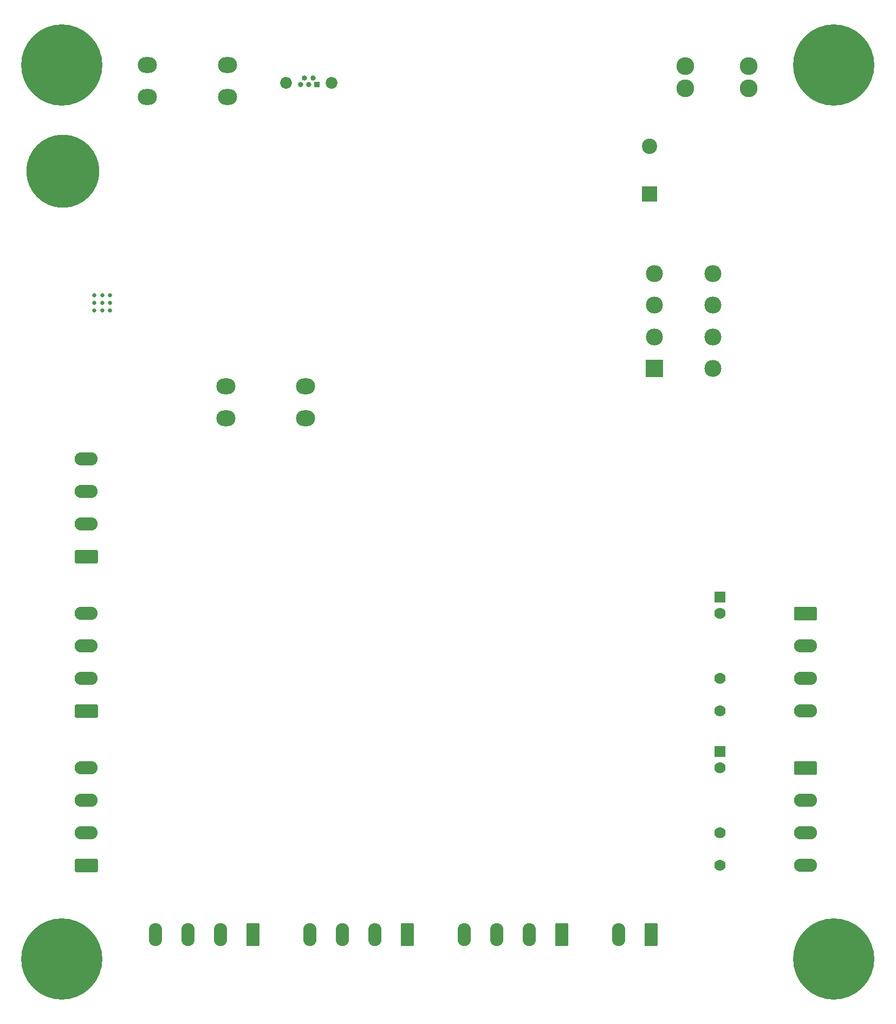
<source format=gbs>
G04 #@! TF.GenerationSoftware,KiCad,Pcbnew,(5.1.4-0-10_14)*
G04 #@! TF.CreationDate,2019-10-20T10:50:28-05:00*
G04 #@! TF.ProjectId,WiFi-Gate-Control-Board,57694669-2d47-4617-9465-2d436f6e7472,rev?*
G04 #@! TF.SameCoordinates,Original*
G04 #@! TF.FileFunction,Soldermask,Bot*
G04 #@! TF.FilePolarity,Negative*
%FSLAX46Y46*%
G04 Gerber Fmt 4.6, Leading zero omitted, Abs format (unit mm)*
G04 Created by KiCad (PCBNEW (5.1.4-0-10_14)) date 2019-10-20 10:50:28*
%MOMM*%
%LPD*%
G04 APERTURE LIST*
%ADD10C,0.635000*%
%ADD11C,12.700000*%
%ADD12C,2.400000*%
%ADD13R,2.400000X2.400000*%
%ADD14O,2.999999X2.500000*%
%ADD15O,3.000000X2.500000*%
%ADD16C,11.430000*%
%ADD17C,1.778000*%
%ADD18R,1.778000X1.778000*%
%ADD19O,3.600000X2.080000*%
%ADD20C,0.152400*%
%ADD21C,2.080000*%
%ADD22O,2.080000X3.600000*%
%ADD23C,2.667000*%
%ADD24R,2.667000X2.667000*%
%ADD25C,2.780000*%
%ADD26C,1.850000*%
%ADD27C,0.840000*%
%ADD28R,0.840000X0.840000*%
G04 APERTURE END LIST*
D10*
X108829000Y-100545000D03*
X108829000Y-101745000D03*
X108829000Y-99345000D03*
X107629000Y-101745000D03*
X107629000Y-100545000D03*
X107629000Y-99345000D03*
X110029000Y-101745000D03*
X110029000Y-100545000D03*
X110029000Y-99345000D03*
D11*
X223200000Y-63350000D03*
D12*
X194371000Y-76043000D03*
D13*
X194371000Y-83543000D03*
D14*
X115885000Y-68350000D03*
X115885000Y-63350000D03*
D15*
X128385000Y-68350000D03*
D14*
X128385000Y-63350000D03*
D15*
X140650000Y-113595000D03*
X140650000Y-118595000D03*
D14*
X128150000Y-113595000D03*
X128150000Y-118595000D03*
D16*
X102677000Y-79987000D03*
D17*
X205420000Y-164315000D03*
X205420000Y-159235000D03*
X205420000Y-149075000D03*
D18*
X205420000Y-146535000D03*
D17*
X205420000Y-188445000D03*
X205420000Y-183365000D03*
X205420000Y-173205000D03*
D18*
X205420000Y-170665000D03*
D19*
X218755000Y-164315000D03*
X218755000Y-159235000D03*
X218755000Y-154155000D03*
D20*
G36*
X220329505Y-148036204D02*
G01*
X220353773Y-148039804D01*
X220377572Y-148045765D01*
X220400671Y-148054030D01*
X220422850Y-148064520D01*
X220443893Y-148077132D01*
X220463599Y-148091747D01*
X220481777Y-148108223D01*
X220498253Y-148126401D01*
X220512868Y-148146107D01*
X220525480Y-148167150D01*
X220535970Y-148189329D01*
X220544235Y-148212428D01*
X220550196Y-148236227D01*
X220553796Y-148260495D01*
X220555000Y-148284999D01*
X220555000Y-149865001D01*
X220553796Y-149889505D01*
X220550196Y-149913773D01*
X220544235Y-149937572D01*
X220535970Y-149960671D01*
X220525480Y-149982850D01*
X220512868Y-150003893D01*
X220498253Y-150023599D01*
X220481777Y-150041777D01*
X220463599Y-150058253D01*
X220443893Y-150072868D01*
X220422850Y-150085480D01*
X220400671Y-150095970D01*
X220377572Y-150104235D01*
X220353773Y-150110196D01*
X220329505Y-150113796D01*
X220305001Y-150115000D01*
X217204999Y-150115000D01*
X217180495Y-150113796D01*
X217156227Y-150110196D01*
X217132428Y-150104235D01*
X217109329Y-150095970D01*
X217087150Y-150085480D01*
X217066107Y-150072868D01*
X217046401Y-150058253D01*
X217028223Y-150041777D01*
X217011747Y-150023599D01*
X216997132Y-150003893D01*
X216984520Y-149982850D01*
X216974030Y-149960671D01*
X216965765Y-149937572D01*
X216959804Y-149913773D01*
X216956204Y-149889505D01*
X216955000Y-149865001D01*
X216955000Y-148284999D01*
X216956204Y-148260495D01*
X216959804Y-148236227D01*
X216965765Y-148212428D01*
X216974030Y-148189329D01*
X216984520Y-148167150D01*
X216997132Y-148146107D01*
X217011747Y-148126401D01*
X217028223Y-148108223D01*
X217046401Y-148091747D01*
X217066107Y-148077132D01*
X217087150Y-148064520D01*
X217109329Y-148054030D01*
X217132428Y-148045765D01*
X217156227Y-148039804D01*
X217180495Y-148036204D01*
X217204999Y-148035000D01*
X220305001Y-148035000D01*
X220329505Y-148036204D01*
X220329505Y-148036204D01*
G37*
D21*
X218755000Y-149075000D03*
D19*
X218755000Y-188445000D03*
X218755000Y-183365000D03*
X218755000Y-178285000D03*
D20*
G36*
X220329505Y-172166204D02*
G01*
X220353773Y-172169804D01*
X220377572Y-172175765D01*
X220400671Y-172184030D01*
X220422850Y-172194520D01*
X220443893Y-172207132D01*
X220463599Y-172221747D01*
X220481777Y-172238223D01*
X220498253Y-172256401D01*
X220512868Y-172276107D01*
X220525480Y-172297150D01*
X220535970Y-172319329D01*
X220544235Y-172342428D01*
X220550196Y-172366227D01*
X220553796Y-172390495D01*
X220555000Y-172414999D01*
X220555000Y-173995001D01*
X220553796Y-174019505D01*
X220550196Y-174043773D01*
X220544235Y-174067572D01*
X220535970Y-174090671D01*
X220525480Y-174112850D01*
X220512868Y-174133893D01*
X220498253Y-174153599D01*
X220481777Y-174171777D01*
X220463599Y-174188253D01*
X220443893Y-174202868D01*
X220422850Y-174215480D01*
X220400671Y-174225970D01*
X220377572Y-174234235D01*
X220353773Y-174240196D01*
X220329505Y-174243796D01*
X220305001Y-174245000D01*
X217204999Y-174245000D01*
X217180495Y-174243796D01*
X217156227Y-174240196D01*
X217132428Y-174234235D01*
X217109329Y-174225970D01*
X217087150Y-174215480D01*
X217066107Y-174202868D01*
X217046401Y-174188253D01*
X217028223Y-174171777D01*
X217011747Y-174153599D01*
X216997132Y-174133893D01*
X216984520Y-174112850D01*
X216974030Y-174090671D01*
X216965765Y-174067572D01*
X216959804Y-174043773D01*
X216956204Y-174019505D01*
X216955000Y-173995001D01*
X216955000Y-172414999D01*
X216956204Y-172390495D01*
X216959804Y-172366227D01*
X216965765Y-172342428D01*
X216974030Y-172319329D01*
X216984520Y-172297150D01*
X216997132Y-172276107D01*
X217011747Y-172256401D01*
X217028223Y-172238223D01*
X217046401Y-172221747D01*
X217066107Y-172207132D01*
X217087150Y-172194520D01*
X217109329Y-172184030D01*
X217132428Y-172175765D01*
X217156227Y-172169804D01*
X217180495Y-172166204D01*
X217204999Y-172165000D01*
X220305001Y-172165000D01*
X220329505Y-172166204D01*
X220329505Y-172166204D01*
G37*
D21*
X218755000Y-173205000D03*
D22*
X189545000Y-199240000D03*
D20*
G36*
X195439505Y-197441204D02*
G01*
X195463773Y-197444804D01*
X195487572Y-197450765D01*
X195510671Y-197459030D01*
X195532850Y-197469520D01*
X195553893Y-197482132D01*
X195573599Y-197496747D01*
X195591777Y-197513223D01*
X195608253Y-197531401D01*
X195622868Y-197551107D01*
X195635480Y-197572150D01*
X195645970Y-197594329D01*
X195654235Y-197617428D01*
X195660196Y-197641227D01*
X195663796Y-197665495D01*
X195665000Y-197689999D01*
X195665000Y-200790001D01*
X195663796Y-200814505D01*
X195660196Y-200838773D01*
X195654235Y-200862572D01*
X195645970Y-200885671D01*
X195635480Y-200907850D01*
X195622868Y-200928893D01*
X195608253Y-200948599D01*
X195591777Y-200966777D01*
X195573599Y-200983253D01*
X195553893Y-200997868D01*
X195532850Y-201010480D01*
X195510671Y-201020970D01*
X195487572Y-201029235D01*
X195463773Y-201035196D01*
X195439505Y-201038796D01*
X195415001Y-201040000D01*
X193834999Y-201040000D01*
X193810495Y-201038796D01*
X193786227Y-201035196D01*
X193762428Y-201029235D01*
X193739329Y-201020970D01*
X193717150Y-201010480D01*
X193696107Y-200997868D01*
X193676401Y-200983253D01*
X193658223Y-200966777D01*
X193641747Y-200948599D01*
X193627132Y-200928893D01*
X193614520Y-200907850D01*
X193604030Y-200885671D01*
X193595765Y-200862572D01*
X193589804Y-200838773D01*
X193586204Y-200814505D01*
X193585000Y-200790001D01*
X193585000Y-197689999D01*
X193586204Y-197665495D01*
X193589804Y-197641227D01*
X193595765Y-197617428D01*
X193604030Y-197594329D01*
X193614520Y-197572150D01*
X193627132Y-197551107D01*
X193641747Y-197531401D01*
X193658223Y-197513223D01*
X193676401Y-197496747D01*
X193696107Y-197482132D01*
X193717150Y-197469520D01*
X193739329Y-197459030D01*
X193762428Y-197450765D01*
X193786227Y-197444804D01*
X193810495Y-197441204D01*
X193834999Y-197440000D01*
X195415001Y-197440000D01*
X195439505Y-197441204D01*
X195439505Y-197441204D01*
G37*
D21*
X194625000Y-199240000D03*
D22*
X165415000Y-199240000D03*
X170495000Y-199240000D03*
X175575000Y-199240000D03*
D20*
G36*
X181469505Y-197441204D02*
G01*
X181493773Y-197444804D01*
X181517572Y-197450765D01*
X181540671Y-197459030D01*
X181562850Y-197469520D01*
X181583893Y-197482132D01*
X181603599Y-197496747D01*
X181621777Y-197513223D01*
X181638253Y-197531401D01*
X181652868Y-197551107D01*
X181665480Y-197572150D01*
X181675970Y-197594329D01*
X181684235Y-197617428D01*
X181690196Y-197641227D01*
X181693796Y-197665495D01*
X181695000Y-197689999D01*
X181695000Y-200790001D01*
X181693796Y-200814505D01*
X181690196Y-200838773D01*
X181684235Y-200862572D01*
X181675970Y-200885671D01*
X181665480Y-200907850D01*
X181652868Y-200928893D01*
X181638253Y-200948599D01*
X181621777Y-200966777D01*
X181603599Y-200983253D01*
X181583893Y-200997868D01*
X181562850Y-201010480D01*
X181540671Y-201020970D01*
X181517572Y-201029235D01*
X181493773Y-201035196D01*
X181469505Y-201038796D01*
X181445001Y-201040000D01*
X179864999Y-201040000D01*
X179840495Y-201038796D01*
X179816227Y-201035196D01*
X179792428Y-201029235D01*
X179769329Y-201020970D01*
X179747150Y-201010480D01*
X179726107Y-200997868D01*
X179706401Y-200983253D01*
X179688223Y-200966777D01*
X179671747Y-200948599D01*
X179657132Y-200928893D01*
X179644520Y-200907850D01*
X179634030Y-200885671D01*
X179625765Y-200862572D01*
X179619804Y-200838773D01*
X179616204Y-200814505D01*
X179615000Y-200790001D01*
X179615000Y-197689999D01*
X179616204Y-197665495D01*
X179619804Y-197641227D01*
X179625765Y-197617428D01*
X179634030Y-197594329D01*
X179644520Y-197572150D01*
X179657132Y-197551107D01*
X179671747Y-197531401D01*
X179688223Y-197513223D01*
X179706401Y-197496747D01*
X179726107Y-197482132D01*
X179747150Y-197469520D01*
X179769329Y-197459030D01*
X179792428Y-197450765D01*
X179816227Y-197444804D01*
X179840495Y-197441204D01*
X179864999Y-197440000D01*
X181445001Y-197440000D01*
X181469505Y-197441204D01*
X181469505Y-197441204D01*
G37*
D21*
X180655000Y-199240000D03*
D22*
X141285000Y-199240000D03*
X146365000Y-199240000D03*
X151445000Y-199240000D03*
D20*
G36*
X157339505Y-197441204D02*
G01*
X157363773Y-197444804D01*
X157387572Y-197450765D01*
X157410671Y-197459030D01*
X157432850Y-197469520D01*
X157453893Y-197482132D01*
X157473599Y-197496747D01*
X157491777Y-197513223D01*
X157508253Y-197531401D01*
X157522868Y-197551107D01*
X157535480Y-197572150D01*
X157545970Y-197594329D01*
X157554235Y-197617428D01*
X157560196Y-197641227D01*
X157563796Y-197665495D01*
X157565000Y-197689999D01*
X157565000Y-200790001D01*
X157563796Y-200814505D01*
X157560196Y-200838773D01*
X157554235Y-200862572D01*
X157545970Y-200885671D01*
X157535480Y-200907850D01*
X157522868Y-200928893D01*
X157508253Y-200948599D01*
X157491777Y-200966777D01*
X157473599Y-200983253D01*
X157453893Y-200997868D01*
X157432850Y-201010480D01*
X157410671Y-201020970D01*
X157387572Y-201029235D01*
X157363773Y-201035196D01*
X157339505Y-201038796D01*
X157315001Y-201040000D01*
X155734999Y-201040000D01*
X155710495Y-201038796D01*
X155686227Y-201035196D01*
X155662428Y-201029235D01*
X155639329Y-201020970D01*
X155617150Y-201010480D01*
X155596107Y-200997868D01*
X155576401Y-200983253D01*
X155558223Y-200966777D01*
X155541747Y-200948599D01*
X155527132Y-200928893D01*
X155514520Y-200907850D01*
X155504030Y-200885671D01*
X155495765Y-200862572D01*
X155489804Y-200838773D01*
X155486204Y-200814505D01*
X155485000Y-200790001D01*
X155485000Y-197689999D01*
X155486204Y-197665495D01*
X155489804Y-197641227D01*
X155495765Y-197617428D01*
X155504030Y-197594329D01*
X155514520Y-197572150D01*
X155527132Y-197551107D01*
X155541747Y-197531401D01*
X155558223Y-197513223D01*
X155576401Y-197496747D01*
X155596107Y-197482132D01*
X155617150Y-197469520D01*
X155639329Y-197459030D01*
X155662428Y-197450765D01*
X155686227Y-197444804D01*
X155710495Y-197441204D01*
X155734999Y-197440000D01*
X157315001Y-197440000D01*
X157339505Y-197441204D01*
X157339505Y-197441204D01*
G37*
D21*
X156525000Y-199240000D03*
D22*
X117155000Y-199240000D03*
X122235000Y-199240000D03*
X127315000Y-199240000D03*
D20*
G36*
X133209505Y-197441204D02*
G01*
X133233773Y-197444804D01*
X133257572Y-197450765D01*
X133280671Y-197459030D01*
X133302850Y-197469520D01*
X133323893Y-197482132D01*
X133343599Y-197496747D01*
X133361777Y-197513223D01*
X133378253Y-197531401D01*
X133392868Y-197551107D01*
X133405480Y-197572150D01*
X133415970Y-197594329D01*
X133424235Y-197617428D01*
X133430196Y-197641227D01*
X133433796Y-197665495D01*
X133435000Y-197689999D01*
X133435000Y-200790001D01*
X133433796Y-200814505D01*
X133430196Y-200838773D01*
X133424235Y-200862572D01*
X133415970Y-200885671D01*
X133405480Y-200907850D01*
X133392868Y-200928893D01*
X133378253Y-200948599D01*
X133361777Y-200966777D01*
X133343599Y-200983253D01*
X133323893Y-200997868D01*
X133302850Y-201010480D01*
X133280671Y-201020970D01*
X133257572Y-201029235D01*
X133233773Y-201035196D01*
X133209505Y-201038796D01*
X133185001Y-201040000D01*
X131604999Y-201040000D01*
X131580495Y-201038796D01*
X131556227Y-201035196D01*
X131532428Y-201029235D01*
X131509329Y-201020970D01*
X131487150Y-201010480D01*
X131466107Y-200997868D01*
X131446401Y-200983253D01*
X131428223Y-200966777D01*
X131411747Y-200948599D01*
X131397132Y-200928893D01*
X131384520Y-200907850D01*
X131374030Y-200885671D01*
X131365765Y-200862572D01*
X131359804Y-200838773D01*
X131356204Y-200814505D01*
X131355000Y-200790001D01*
X131355000Y-197689999D01*
X131356204Y-197665495D01*
X131359804Y-197641227D01*
X131365765Y-197617428D01*
X131374030Y-197594329D01*
X131384520Y-197572150D01*
X131397132Y-197551107D01*
X131411747Y-197531401D01*
X131428223Y-197513223D01*
X131446401Y-197496747D01*
X131466107Y-197482132D01*
X131487150Y-197469520D01*
X131509329Y-197459030D01*
X131532428Y-197450765D01*
X131556227Y-197444804D01*
X131580495Y-197441204D01*
X131604999Y-197440000D01*
X133185001Y-197440000D01*
X133209505Y-197441204D01*
X133209505Y-197441204D01*
G37*
D21*
X132395000Y-199240000D03*
D19*
X106360000Y-173205000D03*
X106360000Y-178285000D03*
X106360000Y-183365000D03*
D20*
G36*
X107934505Y-187406204D02*
G01*
X107958773Y-187409804D01*
X107982572Y-187415765D01*
X108005671Y-187424030D01*
X108027850Y-187434520D01*
X108048893Y-187447132D01*
X108068599Y-187461747D01*
X108086777Y-187478223D01*
X108103253Y-187496401D01*
X108117868Y-187516107D01*
X108130480Y-187537150D01*
X108140970Y-187559329D01*
X108149235Y-187582428D01*
X108155196Y-187606227D01*
X108158796Y-187630495D01*
X108160000Y-187654999D01*
X108160000Y-189235001D01*
X108158796Y-189259505D01*
X108155196Y-189283773D01*
X108149235Y-189307572D01*
X108140970Y-189330671D01*
X108130480Y-189352850D01*
X108117868Y-189373893D01*
X108103253Y-189393599D01*
X108086777Y-189411777D01*
X108068599Y-189428253D01*
X108048893Y-189442868D01*
X108027850Y-189455480D01*
X108005671Y-189465970D01*
X107982572Y-189474235D01*
X107958773Y-189480196D01*
X107934505Y-189483796D01*
X107910001Y-189485000D01*
X104809999Y-189485000D01*
X104785495Y-189483796D01*
X104761227Y-189480196D01*
X104737428Y-189474235D01*
X104714329Y-189465970D01*
X104692150Y-189455480D01*
X104671107Y-189442868D01*
X104651401Y-189428253D01*
X104633223Y-189411777D01*
X104616747Y-189393599D01*
X104602132Y-189373893D01*
X104589520Y-189352850D01*
X104579030Y-189330671D01*
X104570765Y-189307572D01*
X104564804Y-189283773D01*
X104561204Y-189259505D01*
X104560000Y-189235001D01*
X104560000Y-187654999D01*
X104561204Y-187630495D01*
X104564804Y-187606227D01*
X104570765Y-187582428D01*
X104579030Y-187559329D01*
X104589520Y-187537150D01*
X104602132Y-187516107D01*
X104616747Y-187496401D01*
X104633223Y-187478223D01*
X104651401Y-187461747D01*
X104671107Y-187447132D01*
X104692150Y-187434520D01*
X104714329Y-187424030D01*
X104737428Y-187415765D01*
X104761227Y-187409804D01*
X104785495Y-187406204D01*
X104809999Y-187405000D01*
X107910001Y-187405000D01*
X107934505Y-187406204D01*
X107934505Y-187406204D01*
G37*
D21*
X106360000Y-188445000D03*
D19*
X106360000Y-149075000D03*
X106360000Y-154155000D03*
X106360000Y-159235000D03*
D20*
G36*
X107934505Y-163276204D02*
G01*
X107958773Y-163279804D01*
X107982572Y-163285765D01*
X108005671Y-163294030D01*
X108027850Y-163304520D01*
X108048893Y-163317132D01*
X108068599Y-163331747D01*
X108086777Y-163348223D01*
X108103253Y-163366401D01*
X108117868Y-163386107D01*
X108130480Y-163407150D01*
X108140970Y-163429329D01*
X108149235Y-163452428D01*
X108155196Y-163476227D01*
X108158796Y-163500495D01*
X108160000Y-163524999D01*
X108160000Y-165105001D01*
X108158796Y-165129505D01*
X108155196Y-165153773D01*
X108149235Y-165177572D01*
X108140970Y-165200671D01*
X108130480Y-165222850D01*
X108117868Y-165243893D01*
X108103253Y-165263599D01*
X108086777Y-165281777D01*
X108068599Y-165298253D01*
X108048893Y-165312868D01*
X108027850Y-165325480D01*
X108005671Y-165335970D01*
X107982572Y-165344235D01*
X107958773Y-165350196D01*
X107934505Y-165353796D01*
X107910001Y-165355000D01*
X104809999Y-165355000D01*
X104785495Y-165353796D01*
X104761227Y-165350196D01*
X104737428Y-165344235D01*
X104714329Y-165335970D01*
X104692150Y-165325480D01*
X104671107Y-165312868D01*
X104651401Y-165298253D01*
X104633223Y-165281777D01*
X104616747Y-165263599D01*
X104602132Y-165243893D01*
X104589520Y-165222850D01*
X104579030Y-165200671D01*
X104570765Y-165177572D01*
X104564804Y-165153773D01*
X104561204Y-165129505D01*
X104560000Y-165105001D01*
X104560000Y-163524999D01*
X104561204Y-163500495D01*
X104564804Y-163476227D01*
X104570765Y-163452428D01*
X104579030Y-163429329D01*
X104589520Y-163407150D01*
X104602132Y-163386107D01*
X104616747Y-163366401D01*
X104633223Y-163348223D01*
X104651401Y-163331747D01*
X104671107Y-163317132D01*
X104692150Y-163304520D01*
X104714329Y-163294030D01*
X104737428Y-163285765D01*
X104761227Y-163279804D01*
X104785495Y-163276204D01*
X104809999Y-163275000D01*
X107910001Y-163275000D01*
X107934505Y-163276204D01*
X107934505Y-163276204D01*
G37*
D21*
X106360000Y-164315000D03*
D19*
X106360000Y-124945000D03*
X106360000Y-130025000D03*
X106360000Y-135105000D03*
D20*
G36*
X107934505Y-139146204D02*
G01*
X107958773Y-139149804D01*
X107982572Y-139155765D01*
X108005671Y-139164030D01*
X108027850Y-139174520D01*
X108048893Y-139187132D01*
X108068599Y-139201747D01*
X108086777Y-139218223D01*
X108103253Y-139236401D01*
X108117868Y-139256107D01*
X108130480Y-139277150D01*
X108140970Y-139299329D01*
X108149235Y-139322428D01*
X108155196Y-139346227D01*
X108158796Y-139370495D01*
X108160000Y-139394999D01*
X108160000Y-140975001D01*
X108158796Y-140999505D01*
X108155196Y-141023773D01*
X108149235Y-141047572D01*
X108140970Y-141070671D01*
X108130480Y-141092850D01*
X108117868Y-141113893D01*
X108103253Y-141133599D01*
X108086777Y-141151777D01*
X108068599Y-141168253D01*
X108048893Y-141182868D01*
X108027850Y-141195480D01*
X108005671Y-141205970D01*
X107982572Y-141214235D01*
X107958773Y-141220196D01*
X107934505Y-141223796D01*
X107910001Y-141225000D01*
X104809999Y-141225000D01*
X104785495Y-141223796D01*
X104761227Y-141220196D01*
X104737428Y-141214235D01*
X104714329Y-141205970D01*
X104692150Y-141195480D01*
X104671107Y-141182868D01*
X104651401Y-141168253D01*
X104633223Y-141151777D01*
X104616747Y-141133599D01*
X104602132Y-141113893D01*
X104589520Y-141092850D01*
X104579030Y-141070671D01*
X104570765Y-141047572D01*
X104564804Y-141023773D01*
X104561204Y-140999505D01*
X104560000Y-140975001D01*
X104560000Y-139394999D01*
X104561204Y-139370495D01*
X104564804Y-139346227D01*
X104570765Y-139322428D01*
X104579030Y-139299329D01*
X104589520Y-139277150D01*
X104602132Y-139256107D01*
X104616747Y-139236401D01*
X104633223Y-139218223D01*
X104651401Y-139201747D01*
X104671107Y-139187132D01*
X104692150Y-139174520D01*
X104714329Y-139164030D01*
X104737428Y-139155765D01*
X104761227Y-139149804D01*
X104785495Y-139146204D01*
X104809999Y-139145000D01*
X107910001Y-139145000D01*
X107934505Y-139146204D01*
X107934505Y-139146204D01*
G37*
D21*
X106360000Y-140185000D03*
D11*
X223200000Y-203050000D03*
X102550000Y-203050000D03*
X102550000Y-63350000D03*
D23*
X204275000Y-95930000D03*
X204275000Y-100880000D03*
X204275000Y-105830000D03*
X204275000Y-110780000D03*
X195135000Y-95930000D03*
X195135000Y-100880000D03*
X195135000Y-105830000D03*
D24*
X195135000Y-110780000D03*
D25*
X199945000Y-63555000D03*
X199945000Y-66955000D03*
X209865000Y-63555000D03*
X209865000Y-66955000D03*
D26*
X137555000Y-66180000D03*
X144705000Y-66180000D03*
D27*
X139830000Y-66400000D03*
X140480000Y-65400000D03*
X141130000Y-66400000D03*
X141780000Y-65400000D03*
D28*
X142430000Y-66400000D03*
M02*

</source>
